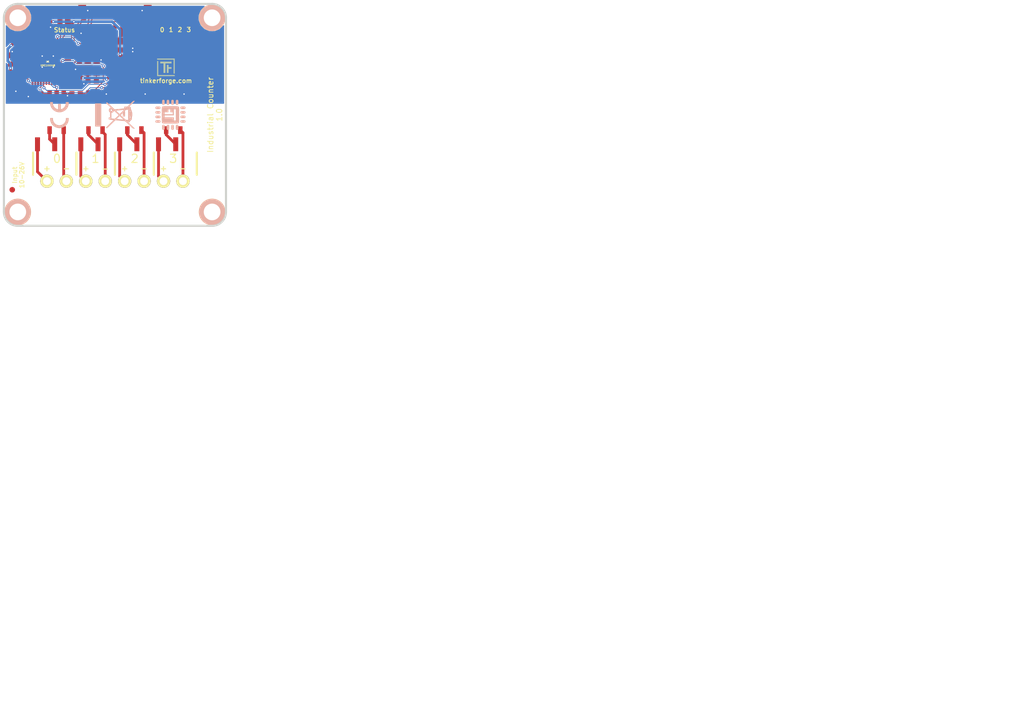
<source format=kicad_pcb>
(kicad_pcb (version 4) (host pcbnew 4.0.7-e2-6376~58~ubuntu17.04.1)
  (title_block (title "Industrial Counter Bricklet") (date 2017-09-18) (rev 1.0) (company "Tinkerforge GmbH") (comment 1 "Licensed under CERN OHL v.1.1") (comment 2 "Copyright (©) 2017, B.Nordmeyer <bastian@tinkerforge.com>"))
  (layers (0 Front signal) (31 Back signal hide) (34 B.Paste user) (35 F.Paste user) (36 B.SilkS user) (37 F.SilkS user) (38 B.Mask user) (39 F.Mask user) (44 Edge.Cuts user))
  (net 0 "")
  (net 1 GND)
  (net 2 "Net-(C1-Pad1)")
  (net 3 VCC)
  (net 4 "Net-(C4-Pad1)")
  (net 5 "Net-(C5-Pad1)")
  (net 6 "Net-(D1-Pad2)")
  (net 7 "Net-(D2-Pad2)")
  (net 8 "Net-(D3-Pad2)")
  (net 9 "Net-(D4-Pad2)")
  (net 10 "Net-(D5-Pad2)")
  (net 11 "Net-(P1-Pad4)")
  (net 12 "Net-(P1-Pad5)")
  (net 13 "Net-(P1-Pad6)")
  (net 14 "Net-(P2-Pad2)")
  (net 15 "Net-(P3-Pad2)")
  (net 16 "Net-(P3-Pad3)")
  (net 17 "Net-(P3-Pad4)")
  (net 18 "Net-(P3-Pad1)")
  (net 19 "Net-(P3-Pad5)")
  (net 20 "Net-(P3-Pad6)")
  (net 21 "Net-(P3-Pad7)")
  (net 22 "Net-(P3-Pad8)")
  (net 23 "Net-(R1-Pad1)")
  (net 24 "Net-(R2-Pad2)")
  (net 25 "Net-(R3-Pad2)")
  (net 26 "Net-(R4-Pad2)")
  (net 27 "Net-(R5-Pad2)")
  (net 28 S-CS)
  (net 29 S-CLK)
  (net 30 S-MOSI)
  (net 31 S-MISO)
  (net 32 STATUS4)
  (net 33 STATUS3)
  (net 34 STATUS2)
  (net 35 STATUS1)
  (net 36 IN1)
  (net 37 IN2)
  (net 38 IN3)
  (net 39 IN4)
  (net 40 "Net-(J1-Pad1)")
  (module C0603F (layer Front) (at 100.4 48.15 90)
    (fp_text reference C9)
    (fp_text value 220nF)
    (pad 1 smd rect (at -0.75 0 90) (size 0.9 0.9) (layers Front F.Paste F.Mask) (net 3 VCC))
    (pad 2 smd rect (at 0.75 0 90) (size 0.9 0.9) (layers Front F.Paste F.Mask) (net 1 GND))
  )
  (module CON-SENSOR2 (layer Front) (at 117.80012 38.0492 180)
    (fp_text reference P1)
    (fp_text value CON-SENSOR2)
    (pad 1 smd rect (at -3.75 -4.6 180) (size 0.6 1.8) (layers Front F.Paste F.Mask))
    (pad 2 smd rect (at -2.5 -4.6 180) (size 0.6 1.8) (layers Front F.Paste F.Mask) (net 1 GND))
    (pad EP smd rect (at -5.9 -1.2 180) (size 1.4 2.4) (layers Front F.Paste F.Mask) (net 1 GND))
    (pad EP smd rect (at 5.9 -1.2 180) (size 1.4 2.4) (layers Front F.Paste F.Mask) (net 1 GND))
    (pad 3 smd rect (at -1.25 -4.6 180) (size 0.6 1.8) (layers Front F.Paste F.Mask) (net 3 VCC))
    (pad 4 smd rect (at 0 -4.6 180) (size 0.6 1.8) (layers Front F.Paste F.Mask) (net 11 "Net-(P1-Pad4)"))
    (pad 5 smd rect (at 1.25 -4.6 180) (size 0.6 1.8) (layers Front F.Paste F.Mask) (net 12 "Net-(P1-Pad5)"))
    (pad 6 smd rect (at 2.5 -4.6 180) (size 0.6 1.8) (layers Front F.Paste F.Mask) (net 13 "Net-(P1-Pad6)"))
    (pad 7 smd rect (at 3.75 -4.6 180) (size 0.6 1.8) (layers Front F.Paste F.Mask) (net 2 "Net-(C1-Pad1)"))
  )
  (module kicad-libraries:CRYSTAL_3225 (layer Front) (at 113.7 49.25 270)
    (fp_text reference X1)
    (fp_text value 16MHz)
    (pad 3 smd rect (at -1.09982 -0.8001 270) (size 1.39954 1.15062) (layers Front F.Paste F.Mask) (net 1 GND))
    (pad 2 smd rect (at 1.09982 -0.8001 270) (size 1.39954 1.15062) (layers Front F.Paste F.Mask) (net 4 "Net-(C4-Pad1)"))
    (pad 1 smd rect (at -1.09982 0.8001 270) (size 1.39954 1.15062) (layers Front F.Paste F.Mask) (net 5 "Net-(C5-Pad1)"))
    (pad 3 smd rect (at 1.09982 0.8001 270) (size 1.39954 1.15062) (layers Front F.Paste F.Mask) (net 1 GND))
  )
  (module Fiducial_Mark (layer Front) (at 99.3013 71.54926)
    (fp_text reference Fiducial_Mark hide)
    (fp_text value VAL** hide)
    (pad 1 smd circle (at 0 0) (size 1.00076 1.00076) (layers Front F.Mask) (clearance 0.65024))
  )
  (module Fiducial_Mark (layer Front) (at 135.8011 44.54906)
    (fp_text reference Fiducial_Mark hide)
    (fp_text value VAL** hide)
    (pad 1 smd circle (at 0 0) (size 1.00076 1.00076) (layers Front F.Mask) (clearance 0.65024))
  )
  (module Logo_31x31 (layer Front) (at 125.4 47.9)
    (fp_text reference G*** hide)
    (fp_text value Logo_31x31 hide)
  )
  (module C0402E (layer Front) (at 112.1 44.05 180)
    (fp_text reference C1)
    (fp_text value 220pF)
    (pad 1 smd rect (at -0.65 0 180) (size 0.7 0.9) (layers Front F.Paste F.Mask) (net 2 "Net-(C1-Pad1)"))
    (pad 2 smd rect (at 0.65 0 180) (size 0.7 0.9) (layers Front F.Paste F.Mask) (net 1 GND))
  )
  (module C0603F (layer Front) (at 119.5 46.35 180)
    (fp_text reference C3)
    (fp_text value 1uF)
    (pad 1 smd rect (at -0.75 0 180) (size 0.9 0.9) (layers Front F.Paste F.Mask) (net 1 GND))
    (pad 2 smd rect (at 0.75 0 180) (size 0.9 0.9) (layers Front F.Paste F.Mask) (net 3 VCC))
  )
  (module C0603F (layer Front) (at 113.7 51.95 180)
    (fp_text reference C4)
    (fp_text value 10pF)
    (pad 1 smd rect (at -0.75 0 180) (size 0.9 0.9) (layers Front F.Paste F.Mask) (net 4 "Net-(C4-Pad1)"))
    (pad 2 smd rect (at 0.75 0 180) (size 0.9 0.9) (layers Front F.Paste F.Mask) (net 1 GND))
  )
  (module C0603F (layer Front) (at 111.4 49.15 270)
    (fp_text reference C5)
    (fp_text value 10pF)
    (pad 1 smd rect (at -0.75 0 270) (size 0.9 0.9) (layers Front F.Paste F.Mask) (net 5 "Net-(C5-Pad1)"))
    (pad 2 smd rect (at 0.75 0 270) (size 0.9 0.9) (layers Front F.Paste F.Mask) (net 1 GND))
  )
  (module C0603F (layer Front) (at 111.4 52.05 270)
    (fp_text reference C6)
    (fp_text value 100nF)
    (pad 1 smd rect (at -0.75 0 270) (size 0.9 0.9) (layers Front F.Paste F.Mask) (net 3 VCC))
    (pad 2 smd rect (at 0.75 0 270) (size 0.9 0.9) (layers Front F.Paste F.Mask) (net 1 GND))
  )
  (module C0603F (layer Front) (at 99 48.15 90)
    (fp_text reference C7)
    (fp_text value 100nF)
    (pad 1 smd rect (at -0.75 0 90) (size 0.9 0.9) (layers Front F.Paste F.Mask) (net 3 VCC))
    (pad 2 smd rect (at 0.75 0 90) (size 0.9 0.9) (layers Front F.Paste F.Mask) (net 1 GND))
  )
  (module C0603F (layer Front) (at 100.7 53.05 180)
    (fp_text reference C8)
    (fp_text value 100nF)
    (pad 1 smd rect (at -0.75 0 180) (size 0.9 0.9) (layers Front F.Paste F.Mask) (net 3 VCC))
    (pad 2 smd rect (at 0.75 0 180) (size 0.9 0.9) (layers Front F.Paste F.Mask) (net 1 GND))
  )
  (module C0603F (layer Front) (at 103.7 54.25 180)
    (fp_text reference C10)
    (fp_text value 100nF)
    (pad 1 smd rect (at -0.75 0 180) (size 0.9 0.9) (layers Front F.Paste F.Mask) (net 3 VCC))
    (pad 2 smd rect (at 0.75 0 180) (size 0.9 0.9) (layers Front F.Paste F.Mask) (net 1 GND))
  )
  (module C0603F (layer Front) (at 110.8 54.25 180)
    (fp_text reference C11)
    (fp_text value 100nF)
    (pad 1 smd rect (at -0.75 0 180) (size 0.9 0.9) (layers Front F.Paste F.Mask) (net 3 VCC))
    (pad 2 smd rect (at 0.75 0 180) (size 0.9 0.9) (layers Front F.Paste F.Mask) (net 1 GND))
  )
  (module C0603F (layer Front) (at 117.8 54.25 180)
    (fp_text reference C12)
    (fp_text value 100nF)
    (pad 1 smd rect (at -0.75 0 180) (size 0.9 0.9) (layers Front F.Paste F.Mask) (net 3 VCC))
    (pad 2 smd rect (at 0.75 0 180) (size 0.9 0.9) (layers Front F.Paste F.Mask) (net 1 GND))
  )
  (module C0603F (layer Front) (at 124.9 54.25 180)
    (fp_text reference C13)
    (fp_text value 100nF)
    (pad 1 smd rect (at -0.75 0 180) (size 0.9 0.9) (layers Front F.Paste F.Mask) (net 3 VCC))
    (pad 2 smd rect (at 0.75 0 180) (size 0.9 0.9) (layers Front F.Paste F.Mask) (net 1 GND))
  )
  (module D0603E (layer Front) (at 109.3 40.55 90)
    (fp_text reference D1)
    (fp_text value blue)
    (pad 1 smd rect (at -0.8501 0 90) (size 1.1 1) (layers Front F.Paste F.Mask) (net 3 VCC))
    (pad 2 smd rect (at 0.8501 0 90) (size 1.1 1) (layers Front F.Paste F.Mask) (net 6 "Net-(D1-Pad2)"))
  )
  (module D0603E (layer Front) (at 126.3 40.5 270)
    (fp_text reference D2)
    (fp_text value blue)
    (pad 1 smd rect (at -0.8501 0 270) (size 1.1 1) (layers Front F.Paste F.Mask) (net 3 VCC))
    (pad 2 smd rect (at 0.8501 0 270) (size 1.1 1) (layers Front F.Paste F.Mask) (net 7 "Net-(D2-Pad2)"))
  )
  (module D0603E (layer Front) (at 127.9 40.5 270)
    (fp_text reference D3)
    (fp_text value blue)
    (pad 1 smd rect (at -0.8501 0 270) (size 1.1 1) (layers Front F.Paste F.Mask) (net 3 VCC))
    (pad 2 smd rect (at 0.8501 0 270) (size 1.1 1) (layers Front F.Paste F.Mask) (net 8 "Net-(D3-Pad2)"))
  )
  (module D0603E (layer Front) (at 129.5 40.5 270)
    (fp_text reference D4)
    (fp_text value blue)
    (pad 1 smd rect (at -0.8501 0 270) (size 1.1 1) (layers Front F.Paste F.Mask) (net 3 VCC))
    (pad 2 smd rect (at 0.8501 0 270) (size 1.1 1) (layers Front F.Paste F.Mask) (net 9 "Net-(D4-Pad2)"))
  )
  (module D0603E (layer Front) (at 131.1 40.5 270)
    (fp_text reference D5)
    (fp_text value blue)
    (pad 1 smd rect (at -0.8501 0 270) (size 1.1 1) (layers Front F.Paste F.Mask) (net 3 VCC))
    (pad 2 smd rect (at 0.8501 0 270) (size 1.1 1) (layers Front F.Paste F.Mask) (net 10 "Net-(D5-Pad2)"))
  )
  (module kicad-libraries:SolderJumper (layer Front) (at 105.2 42.85 270)
    (fp_text reference P2)
    (fp_text value BOOT)
    (pad 2 smd rect (at 0.55 0 270) (size 0.3 1.4) (layers Front F.Mask) (net 14 "Net-(P2-Pad2)"))
    (pad 2 smd rect (at 0.15 0 270) (size 0.6 0.5) (layers Front F.Mask) (net 14 "Net-(P2-Pad2)"))
    (pad 1 smd rect (at -0.5 0 270) (size 0.4 1.4) (layers Front F.Mask) (net 1 GND))
    (pad 1 smd rect (at -0.225 0.55 270) (size 0.95 0.3) (layers Front F.Mask) (net 1 GND))
    (pad 1 smd rect (at -0.225 -0.55 270) (size 0.95 0.3) (layers Front F.Mask) (net 1 GND))
  )
  (module OQ_8P (layer Front) (at 117.8 70)
    (fp_text reference P3)
    (fp_text value CONN_8)
    (pad 2 thru_hole circle (at -8.7503 0) (size 2.4003 2.4003) (drill 1.39954) (layers *.Cu *.Mask F.SilkS) (net 15 "Net-(P3-Pad2)"))
    (pad 3 thru_hole circle (at -5.25018 0) (size 2.4003 2.4003) (drill 1.39954) (layers *.Cu *.Mask F.SilkS) (net 16 "Net-(P3-Pad3)"))
    (pad 4 thru_hole circle (at -1.75006 0) (size 2.4003 2.4003) (drill 1.39954) (layers *.Cu *.Mask F.SilkS) (net 17 "Net-(P3-Pad4)"))
    (pad 1 thru_hole circle (at -12.25042 0) (size 2.4003 2.4003) (drill 1.39954) (layers *.Cu *.Mask F.SilkS) (net 18 "Net-(P3-Pad1)"))
    (pad 5 thru_hole circle (at 1.75006 0) (size 2.4003 2.4003) (drill 1.39954) (layers *.Cu *.Mask F.SilkS) (net 19 "Net-(P3-Pad5)"))
    (pad 6 thru_hole circle (at 5.25018 0) (size 2.4003 2.4003) (drill 1.39954) (layers *.Cu *.Mask F.SilkS) (net 20 "Net-(P3-Pad6)"))
    (pad 7 thru_hole circle (at 8.7503 0) (size 2.4003 2.4003) (drill 1.39954) (layers *.Cu *.Mask F.SilkS) (net 21 "Net-(P3-Pad7)"))
    (pad 8 thru_hole circle (at 12.25042 0) (size 2.4003 2.4003) (drill 1.39954) (layers *.Cu *.Mask F.SilkS) (net 22 "Net-(P3-Pad8)"))
  )
  (module R1210 (layer Front) (at 105.4 63.35)
    (fp_text reference R2)
    (fp_text value "2.7k 0.5W")
    (pad 1 smd rect (at -1.5494 0) (size 0.89916 2.49936) (layers Front F.Paste F.Mask) (net 18 "Net-(P3-Pad1)") (clearance 0.14986))
    (pad 2 smd rect (at 1.5494 0) (size 0.89916 2.49936) (layers Front F.Paste F.Mask) (net 24 "Net-(R2-Pad2)") (clearance 0.14986))
  )
  (module R1210 (layer Front) (at 113.2 63.35)
    (fp_text reference R3)
    (fp_text value "2.7k 0.5W")
    (pad 1 smd rect (at -1.5494 0) (size 0.89916 2.49936) (layers Front F.Paste F.Mask) (net 16 "Net-(P3-Pad3)") (clearance 0.14986))
    (pad 2 smd rect (at 1.5494 0) (size 0.89916 2.49936) (layers Front F.Paste F.Mask) (net 25 "Net-(R3-Pad2)") (clearance 0.14986))
  )
  (module R1210 (layer Front) (at 120.2 63.35)
    (fp_text reference R4)
    (fp_text value "2.7k 0.5W")
    (pad 1 smd rect (at -1.5494 0) (size 0.89916 2.49936) (layers Front F.Paste F.Mask) (net 19 "Net-(P3-Pad5)") (clearance 0.14986))
    (pad 2 smd rect (at 1.5494 0) (size 0.89916 2.49936) (layers Front F.Paste F.Mask) (net 26 "Net-(R4-Pad2)") (clearance 0.14986))
  )
  (module R1210 (layer Front) (at 127.2 63.35)
    (fp_text reference R5)
    (fp_text value "2.7k 0.5W")
    (pad 1 smd rect (at -1.5494 0) (size 0.89916 2.49936) (layers Front F.Paste F.Mask) (net 21 "Net-(P3-Pad7)") (clearance 0.14986))
    (pad 2 smd rect (at 1.5494 0) (size 0.89916 2.49936) (layers Front F.Paste F.Mask) (net 27 "Net-(R5-Pad2)") (clearance 0.14986))
  )
  (module kicad-libraries:0603X4 (layer Front) (at 124.95 44.9 90)
    (fp_text reference RP2)
    (fp_text value 1k)
    (pad 1 smd rect (at 1.19888 -0.8509 90) (size 0.44958 0.89916) (layers Front F.Paste F.Mask) (net 35 STATUS1))
    (pad 2 smd rect (at 0.39878 -0.8509 90) (size 0.44958 0.89916) (layers Front F.Paste F.Mask) (net 34 STATUS2))
    (pad 3 smd rect (at -0.39878 -0.8509 90) (size 0.44958 0.89916) (layers Front F.Paste F.Mask) (net 33 STATUS3))
    (pad 4 smd rect (at -1.19888 -0.8509 90) (size 0.44958 0.89916) (layers Front F.Paste F.Mask) (net 32 STATUS4))
    (pad 5 smd rect (at -1.19888 0.8509 90) (size 0.44958 0.89916) (layers Front F.Paste F.Mask) (net 10 "Net-(D5-Pad2)"))
    (pad 6 smd rect (at -0.39878 0.8509 90) (size 0.44958 0.89916) (layers Front F.Paste F.Mask) (net 9 "Net-(D4-Pad2)"))
    (pad 7 smd rect (at 0.39878 0.8509 90) (size 0.44958 0.89916) (layers Front F.Paste F.Mask) (net 8 "Net-(D3-Pad2)"))
    (pad 8 smd rect (at 1.19888 0.8509 90) (size 0.44958 0.89916) (layers Front F.Paste F.Mask) (net 7 "Net-(D2-Pad2)"))
  )
  (module kicad-libraries:QFN48-EP2 (layer Front) (at 105.7 48.45 180)
    (fp_text reference U1 (at 0 0 180) (layer F.SilkS) (effects (font (size 0.29972 0.29972) (thickness 0.0762))))
    (fp_text value XMC1XXX48 (at 0 -0.7 180) (layer F.SilkS) (effects (font (size 0.29972 0.29972) (thickness 0.0762))))
    (pad 1 smd rect (at -2.74828 3.61188) (size 0.29972 1.14808) (layers Front F.Paste F.Mask) (net 34 STATUS2))
    (pad 2 smd rect (at -2.2479 3.61188) (size 0.29972 1.14808) (layers Front F.Paste F.Mask) (net 35 STATUS1))
    (pad 3 smd rect (at -1.74752 3.61188) (size 0.29972 1.14808) (layers Front F.Paste F.Mask) (net 31 S-MISO))
    (pad 4 smd rect (at -1.24968 3.61188) (size 0.29972 1.14808) (layers Front F.Paste F.Mask) (net 23 "Net-(R1-Pad1)"))
    (pad 5 smd rect (at -0.7493 3.61188) (size 0.29972 1.14808) (layers Front F.Paste F.Mask))
    (pad 6 smd rect (at -0.24892 3.61188) (size 0.29972 1.14808) (layers Front F.Paste F.Mask))
    (pad 7 smd rect (at 0.24892 3.61188) (size 0.29972 1.14808) (layers Front F.Paste F.Mask) (net 14 "Net-(P2-Pad2)"))
    (pad 8 smd rect (at 0.7493 3.61188) (size 0.29972 1.14808) (layers Front F.Paste F.Mask))
    (pad 9 smd rect (at 1.24968 3.61188) (size 0.29972 1.14808) (layers Front F.Paste F.Mask))
    (pad 10 smd rect (at 1.74752 3.61188) (size 0.29972 1.14808) (layers Front F.Paste F.Mask))
    (pad 11 smd rect (at 2.2479 3.61188) (size 0.29972 1.14808) (layers Front F.Paste F.Mask))
    (pad 12 smd rect (at 2.74828 3.61188) (size 0.29972 1.14808) (layers Front F.Paste F.Mask))
    (pad 13 smd rect (at 3.61188 2.74828 90) (size 0.29972 1.14808) (layers Front F.Paste F.Mask))
    (pad 14 smd rect (at 3.61188 2.2479 90) (size 0.29972 1.14808) (layers Front F.Paste F.Mask))
    (pad 15 smd rect (at 3.61188 1.74752 90) (size 0.29972 1.14808) (layers Front F.Paste F.Mask))
    (pad 16 smd rect (at 3.61188 1.24968 90) (size 0.29972 1.14808) (layers Front F.Paste F.Mask))
    (pad 17 smd rect (at 3.61188 0.7493 90) (size 0.29972 1.14808) (layers Front F.Paste F.Mask) (net 1 GND))
    (pad 18 smd rect (at 3.61188 0.24892 90) (size 0.29972 1.14808) (layers Front F.Paste F.Mask) (net 3 VCC))
    (pad 19 smd rect (at 3.61188 -0.24892 90) (size 0.29972 1.14808) (layers Front F.Paste F.Mask) (net 3 VCC))
    (pad 20 smd rect (at 3.61188 -0.7493 90) (size 0.29972 1.14808) (layers Front F.Paste F.Mask))
    (pad 21 smd rect (at 3.61188 -1.24968 90) (size 0.29972 1.14808) (layers Front F.Paste F.Mask) (net 40 "Net-(J1-Pad1)"))
    (pad 22 smd rect (at 3.61188 -1.74752 90) (size 0.29972 1.14808) (layers Front F.Paste F.Mask))
    (pad 23 smd rect (at 3.61188 -2.2479 90) (size 0.29972 1.14808) (layers Front F.Paste F.Mask))
    (pad 24 smd rect (at 3.61188 -2.74828 90) (size 0.29972 1.14808) (layers Front F.Paste F.Mask) (net 36 IN1))
    (pad 25 smd rect (at 2.74828 -3.61188 180) (size 0.29972 1.14808) (layers Front F.Paste F.Mask) (net 37 IN2))
    (pad 26 smd rect (at 2.2479 -3.61188 180) (size 0.29972 1.14808) (layers Front F.Paste F.Mask) (net 38 IN3))
    (pad 27 smd rect (at 1.74752 -3.61188 180) (size 0.29972 1.14808) (layers Front F.Paste F.Mask) (net 3 VCC))
    (pad 28 smd rect (at 1.24968 -3.61188 180) (size 0.29972 1.14808) (layers Front F.Paste F.Mask) (net 38 IN3))
    (pad 29 smd rect (at 0.7493 -3.61188 180) (size 0.29972 1.14808) (layers Front F.Paste F.Mask) (net 39 IN4))
    (pad 30 smd rect (at 0.24892 -3.61188 180) (size 0.29972 1.14808) (layers Front F.Paste F.Mask))
    (pad 31 smd rect (at -0.24892 -3.61188 180) (size 0.29972 1.14808) (layers Front F.Paste F.Mask))
    (pad 32 smd rect (at -0.7493 -3.61188 180) (size 0.29972 1.14808) (layers Front F.Paste F.Mask))
    (pad 33 smd rect (at -1.24968 -3.61188 180) (size 0.29972 1.14808) (layers Front F.Paste F.Mask) (net 36 IN1))
    (pad 34 smd rect (at -1.74752 -3.61188 180) (size 0.29972 1.14808) (layers Front F.Paste F.Mask))
    (pad 35 smd rect (at -2.2479 -3.61188 180) (size 0.29972 1.14808) (layers Front F.Paste F.Mask))
    (pad 36 smd rect (at -2.74828 -3.61188 180) (size 0.29972 1.14808) (layers Front F.Paste F.Mask))
    (pad 37 smd rect (at -3.60934 -2.74828 270) (size 0.29972 1.15062) (layers Front F.Paste F.Mask) (net 1 GND))
    (pad 38 smd rect (at -3.61188 -2.2479 270) (size 0.29972 1.14808) (layers Front F.Paste F.Mask) (net 3 VCC))
    (pad 39 smd rect (at -3.61188 -1.74752 270) (size 0.29972 1.14808) (layers Front F.Paste F.Mask))
    (pad 40 smd rect (at -3.61188 -1.24968 270) (size 0.29972 1.14808) (layers Front F.Paste F.Mask))
    (pad 41 smd rect (at -3.61188 -0.7493 270) (size 0.29972 1.14808) (layers Front F.Paste F.Mask) (net 4 "Net-(C4-Pad1)"))
    (pad 42 smd rect (at -3.61188 -0.24892 270) (size 0.29972 1.14808) (layers Front F.Paste F.Mask) (net 5 "Net-(C5-Pad1)"))
    (pad 43 smd rect (at -3.61188 0.24892 270) (size 0.29972 1.14808) (layers Front F.Paste F.Mask) (net 37 IN2))
    (pad 44 smd rect (at -3.61188 0.7493 270) (size 0.29972 1.14808) (layers Front F.Paste F.Mask) (net 28 S-CS))
    (pad 45 smd rect (at -3.61188 1.24968 270) (size 0.29972 1.14808) (layers Front F.Paste F.Mask) (net 29 S-CLK))
    (pad 46 smd rect (at -3.61188 1.74752 270) (size 0.29972 1.14808) (layers Front F.Paste F.Mask) (net 30 S-MOSI))
    (pad 47 smd rect (at -3.61188 2.2479 270) (size 0.29972 1.14808) (layers Front F.Paste F.Mask) (net 32 STATUS4))
    (pad 48 smd rect (at -3.61188 2.74828 270) (size 0.29972 1.14808) (layers Front F.Paste F.Mask) (net 33 STATUS3))
    (pad EP smd rect (at 0 0 180) (size 3.5 3.5) (layers Front F.Paste F.Mask) (net 1 GND))
  )
  (module kicad-libraries:CE_5mm (layer Back) (at 107.8 58.05 90)
    (fp_text reference VAL hide)
    (fp_text value CE_5mm hide)
  )
  (module kicad-libraries:WEEE_7mm (layer Back) (at 117.8 58.05 90)
    (fp_text reference VAL hide)
    (fp_text value WEEE_7mm hide)
  )
  (module R0603F (layer Front) (at 107.9 40.55 90)
    (fp_text reference R1)
    (fp_text value 1k)
    (pad 1 smd rect (at -0.75 0 90) (size 0.9 0.9) (layers Front F.Paste F.Mask) (net 23 "Net-(R1-Pad1)"))
    (pad 2 smd rect (at 0.75 0 90) (size 0.9 0.9) (layers Front F.Paste F.Mask) (net 6 "Net-(D1-Pad2)"))
  )
  (module 4X0402 (layer Front) (at 112.7 45.95 90)
    (fp_text reference RP1)
    (fp_text value 82)
    (pad 1 smd rect (at -0.7493 0.575 270) (size 0.29972 0.65) (layers Front F.Paste F.Mask) (net 11 "Net-(P1-Pad4)"))
    (pad 2 smd rect (at -0.24892 0.575 270) (size 0.29972 0.65) (layers Front F.Paste F.Mask) (net 12 "Net-(P1-Pad5)"))
    (pad 3 smd rect (at 0.24892 0.575 270) (size 0.29972 0.65) (layers Front F.Paste F.Mask) (net 13 "Net-(P1-Pad6)"))
    (pad 4 smd rect (at 0.7493 0.575 270) (size 0.29972 0.65) (layers Front F.Paste F.Mask) (net 2 "Net-(C1-Pad1)"))
    (pad 5 smd rect (at 0.7493 -0.575 90) (size 0.29972 0.65) (layers Front F.Paste F.Mask) (net 31 S-MISO))
    (pad 6 smd rect (at 0.24892 -0.575 90) (size 0.29972 0.65) (layers Front F.Paste F.Mask) (net 30 S-MOSI))
    (pad 7 smd rect (at -0.24892 -0.575 90) (size 0.29972 0.65) (layers Front F.Paste F.Mask) (net 29 S-CLK))
    (pad 8 smd rect (at -0.7493 -0.575 90) (size 0.29972 0.65) (layers Front F.Paste F.Mask) (net 28 S-CS))
  )
  (module C0805 (layer Front) (at 119.7 44.75 180)
    (fp_text reference C2)
    (fp_text value 10uF)
    (pad 1 smd rect (at -1.00076 0 180) (size 1.00076 1.24968) (layers Front F.Paste F.Mask) (net 1 GND) (clearance 0.14986))
    (pad 2 smd rect (at 1.00076 0 180) (size 1.00076 1.24968) (layers Front F.Paste F.Mask) (net 3 VCC) (clearance 0.14986))
  )
  (module kicad-libraries:DEBUG_PAD (layer Front) (at 100.2 51.15)
    (fp_text reference J1)
    (fp_text value DEBUG)
    (pad 1 smd circle (at 0 0) (size 0.7 0.7) (layers Front F.Paste F.Mask) (net 40 "Net-(J1-Pad1)"))
  )
  (module SO-5 (layer Front) (at 107.3 57.55)
    (fp_text reference U2)
    (fp_text value TLP2367)
    (pad 3 smd rect (at 1.27 3.25) (size 0.8 1.4) (layers Front F.Paste F.Mask) (net 15 "Net-(P3-Pad2)"))
    (pad 1 smd rect (at -1.27 3.25) (size 0.8 1.4) (layers Front F.Paste F.Mask) (net 24 "Net-(R2-Pad2)"))
    (pad 4 smd rect (at 1.27 -3.25) (size 0.8 1.4) (layers Front F.Paste F.Mask) (net 1 GND))
    (pad 5 smd rect (at 0 -3.25) (size 0.8 1.4) (layers Front F.Paste F.Mask) (net 36 IN1))
    (pad 6 smd rect (at -1.27 -3.25) (size 0.8 1.4) (layers Front F.Paste F.Mask) (net 3 VCC))
  )
  (module SO-5 (layer Front) (at 114.3 57.55)
    (fp_text reference U3)
    (fp_text value TLP2367)
    (pad 3 smd rect (at 1.27 3.25) (size 0.8 1.4) (layers Front F.Paste F.Mask) (net 17 "Net-(P3-Pad4)"))
    (pad 1 smd rect (at -1.27 3.25) (size 0.8 1.4) (layers Front F.Paste F.Mask) (net 25 "Net-(R3-Pad2)"))
    (pad 4 smd rect (at 1.27 -3.25) (size 0.8 1.4) (layers Front F.Paste F.Mask) (net 1 GND))
    (pad 5 smd rect (at 0 -3.25) (size 0.8 1.4) (layers Front F.Paste F.Mask) (net 37 IN2))
    (pad 6 smd rect (at -1.27 -3.25) (size 0.8 1.4) (layers Front F.Paste F.Mask) (net 3 VCC))
  )
  (module SO-5 (layer Front) (at 121.3 57.55)
    (fp_text reference U4)
    (fp_text value TLP2367)
    (pad 3 smd rect (at 1.27 3.25) (size 0.8 1.4) (layers Front F.Paste F.Mask) (net 20 "Net-(P3-Pad6)"))
    (pad 1 smd rect (at -1.27 3.25) (size 0.8 1.4) (layers Front F.Paste F.Mask) (net 26 "Net-(R4-Pad2)"))
    (pad 4 smd rect (at 1.27 -3.25) (size 0.8 1.4) (layers Front F.Paste F.Mask) (net 1 GND))
    (pad 5 smd rect (at 0 -3.25) (size 0.8 1.4) (layers Front F.Paste F.Mask) (net 38 IN3))
    (pad 6 smd rect (at -1.27 -3.25) (size 0.8 1.4) (layers Front F.Paste F.Mask) (net 3 VCC))
  )
  (module SO-5 (layer Front) (at 128.3 57.55)
    (fp_text reference U5)
    (fp_text value TLP2367)
    (pad 3 smd rect (at 1.27 3.25) (size 0.8 1.4) (layers Front F.Paste F.Mask) (net 22 "Net-(P3-Pad8)"))
    (pad 1 smd rect (at -1.27 3.25) (size 0.8 1.4) (layers Front F.Paste F.Mask) (net 27 "Net-(R5-Pad2)"))
    (pad 4 smd rect (at 1.27 -3.25) (size 0.8 1.4) (layers Front F.Paste F.Mask) (net 1 GND))
    (pad 5 smd rect (at 0 -3.25) (size 0.8 1.4) (layers Front F.Paste F.Mask) (net 39 IN4))
    (pad 6 smd rect (at -1.27 -3.25) (size 0.8 1.4) (layers Front F.Paste F.Mask) (net 3 VCC))
  )
  (module kicad-libraries:Logo_CoMCU (layer Back) (at 127.8 58.05 90)
    (fp_text reference G*** hide)
    (fp_text value LOGO hide)
  )
  (module kicad-libraries:DRILL_NP (layer Front) (at 135.3 40.55)
    (fp_text reference U9 hide)
    (fp_text value DRILL hide)
    (pad "" np_thru_hole circle (at 0 0) (size 2.99974 2.99974) (drill 2.99974) (layers *.Cu *.Mask F.SilkS) (clearance 0.89916))
  )
  (module kicad-libraries:DRILL_NP (layer Front) (at 135.3 75.55)
    (fp_text reference U8 hide)
    (fp_text value DRILL hide)
    (pad "" np_thru_hole circle (at 0 0) (size 2.99974 2.99974) (drill 2.99974) (layers *.Cu *.Mask F.SilkS) (clearance 0.89916))
  )
  (module kicad-libraries:DRILL_NP (layer Front) (at 100.3 40.55)
    (fp_text reference U7 hide)
    (fp_text value DRILL hide)
    (pad "" np_thru_hole circle (at 0 0) (size 2.99974 2.99974) (drill 2.99974) (layers *.Cu *.Mask F.SilkS) (clearance 0.89916))
  )
  (module kicad-libraries:DRILL_NP (layer Front) (at 100.29952 75.54976)
    (fp_text reference U6 hide)
    (fp_text value DRILL hide)
    (pad "" np_thru_hole circle (at 0 0) (size 2.99974 2.99974) (drill 2.99974) (layers *.Cu *.Mask F.SilkS) (clearance 0.89916))
  )
  (gr_text 3 (at 131.1 42.7) (layer F.SilkS) (effects (font (size 0.8001 0.8001) (thickness 0.14986))))
  (gr_text 2 (at 129.5 42.7) (layer F.SilkS) (effects (font (size 0.8001 0.8001) (thickness 0.14986))))
  (gr_text 1 (at 127.9 42.7) (layer F.SilkS) (effects (font (size 0.8001 0.8001) (thickness 0.14986))))
  (gr_text 0 (at 126.3 42.65 180) (layer F.SilkS) (effects (font (size 0.8001 0.8001) (thickness 0.14986))))
  (gr_text Status (at 108.7 42.75) (layer F.SilkS) (effects (font (size 0.8001 0.8001) (thickness 0.14986))))
  (gr_text "Input\n10-26V" (at 100.4 68.9 90) (layer F.SilkS) (effects (font (size 0.8001 0.8001) (thickness 0.14986))))
  (gr_line (start 132.5499 68.84924) (end 132.5499 64.84874) (angle 90) (layer F.SilkS) (width 0.381))
  (gr_line (start 103.05034 68.84924) (end 103.05034 64.84874) (angle 90) (layer F.SilkS) (width 0.381))
  (gr_line (start 124.80036 68.84924) (end 124.80036 64.84874) (angle 90) (layer F.SilkS) (width 0.381))
  (gr_line (start 117.80012 68.84924) (end 117.80012 64.84874) (angle 90) (layer F.SilkS) (width 0.381))
  (gr_line (start 110.85068 68.84924) (end 110.85068 64.84874) (angle 90) (layer F.SilkS) (width 0.381))
  (gr_text 3 (at 128.30048 65.94856) (layer F.SilkS) (effects (font (size 1.50114 1.50114) (thickness 0.20066))))
  (gr_text 2 (at 121.35104 65.94856) (layer F.SilkS) (effects (font (size 1.50114 1.50114) (thickness 0.20066))))
  (gr_text 1 (at 114.3 65.94856) (layer F.SilkS) (effects (font (size 1.50114 1.50114) (thickness 0.20066))))
  (gr_text - (at 130.05054 67.69862) (layer F.SilkS) (effects (font (size 1.00076 1.00076) (thickness 0.20066))))
  (gr_text + (at 126.55042 67.69862) (layer F.SilkS) (effects (font (size 1.00076 1.00076) (thickness 0.20066))))
  (gr_text - (at 123.0503 67.69862) (layer F.SilkS) (effects (font (size 1.00076 1.00076) (thickness 0.20066))))
  (gr_text + (at 119.55018 67.69862) (layer F.SilkS) (effects (font (size 1.00076 1.00076) (thickness 0.20066))))
  (gr_text - (at 116.05006 67.74942) (layer F.SilkS) (effects (font (size 1.00076 1.00076) (thickness 0.20066))))
  (gr_text + (at 112.54994 67.69862) (layer F.SilkS) (effects (font (size 1.00076 1.00076) (thickness 0.20066))))
  (gr_text - (at 109.04982 67.69862) (layer F.SilkS) (effects (font (size 1.00076 1.00076) (thickness 0.20066))))
  (gr_text + (at 105.5497 67.69862) (layer F.SilkS) (effects (font (size 1.00076 1.00076) (thickness 0.20066))))
  (gr_text 0 (at 107.35056 65.94856) (layer F.SilkS) (effects (font (size 1.50114 1.50114) (thickness 0.20066))))
  (gr_text tinkerforge.com (at 127 51.9) (layer F.SilkS) (effects (font (size 0.8001 0.8001) (thickness 0.14986))))
  (gr_text "Industrial Counter\n1.0" (at 135.8 58.05 90) (layer F.SilkS) (effects (font (size 1 1))))
  (gr_arc (start 100.29952 40.5511) (end 97.80016 40.5511) (angle 90) (layer Edge.Cuts) (width 0.381))
  (gr_arc (start 100.29952 75.54976) (end 100.29952 78.04912) (angle 90) (layer Edge.Cuts) (width 0.381))
  (gr_arc (start 135.29818 75.54976) (end 137.80008 75.54976) (angle 90) (layer Edge.Cuts) (width 0.381))
  (gr_arc (start 135.29818 40.5511) (end 135.29818 38.0492) (angle 90) (layer Edge.Cuts) (width 0.381))
  (gr_line (start 97.80016 40.5511) (end 97.80016 75.54976) (angle 90) (layer Edge.Cuts) (width 0.381))
  (gr_line (start 135.30072 38.0492) (end 100.29952 38.0492) (angle 90) (layer Edge.Cuts) (width 0.381))
  (gr_line (start 137.80262 75.54976) (end 137.80262 40.5511) (angle 90) (layer Edge.Cuts) (width 0.381))
  (gr_line (start 100.29952 78.04912) (end 135.30072 78.04912) (angle 90) (layer Edge.Cuts) (width 0.381))
  (segment (start 105.7 48.45) (end 104.7 49.45) (width 0.50038) (layer Front) (net 1))
  (via (at 104.7 49.45) (size 0.55) (drill 0.25) (layers Front Back) (net 1))
  (segment (start 105.7 48.45) (end 106.7 49.45) (width 0.50038) (layer Front) (net 1))
  (via (at 106.7 49.45) (size 0.55) (drill 0.25) (layers Front Back) (net 1))
  (segment (start 105.7 48.45) (end 106.7 47.45) (width 0.50038) (layer Front) (net 1))
  (via (at 106.7 47.45) (size 0.55) (drill 0.25) (layers Front Back) (net 1))
  (segment (start 105.7 48.45) (end 104.7 47.45) (width 0.50038) (layer Front) (net 1))
  (via (at 104.7 47.45) (size 0.55) (drill 0.25) (layers Front Back) (net 1))
  (segment (start 105.2 42.35) (end 106.1 42.35) (width 0.29972) (layer Front) (net 1))
  (via (at 106.2 42.25) (size 0.55) (drill 0.25) (layers Front Back) (net 1))
  (segment (start 106.1 42.35) (end 106.2 42.25) (width 0.29972) (layer Front) (net 1))
  (segment (start 111.45 44.05) (end 111.45 43.6) (width 0.50038) (layer Front) (net 1))
  (segment (start 111.45 43.6) (end 111.7 43.35) (width 0.50038) (layer Front) (net 1))
  (via (at 111.7 43.35) (size 0.55) (drill 0.25) (layers Front Back) (net 1))
  (segment (start 105.2 42.35) (end 104.6 42.35) (width 0.14986) (layer Front) (net 1))
  (segment (start 104.6 42.35) (end 104.6 42.75) (width 0.14986) (layer Front) (net 1))
  (segment (start 104.6 42.75) (end 104.65 42.625) (width 0.14986) (layer Front) (net 1))
  (segment (start 105.75 42.625) (end 105.75 42.5) (width 0.14986) (layer Front) (net 1))
  (segment (start 105.75 42.5) (end 105.6 42.35) (width 0.14986) (layer Front) (net 1))
  (segment (start 105.6 42.35) (end 105.2 42.35) (width 0.14986) (layer Front) (net 1))
  (segment (start 120.25 46.35) (end 120.7 46.35) (width 0.50038) (layer Front) (net 1))
  (segment (start 120.7 46.35) (end 121 46.65) (width 0.50038) (layer Front) (net 1))
  (via (at 121 46.65) (size 0.55) (drill 0.25) (layers Front Back) (net 1))
  (segment (start 120.7 46.35) (end 121 46.05) (width 0.50038) (layer Front) (net 1))
  (via (at 121 46.05) (size 0.55) (drill 0.25) (layers Front Back) (net 1))
  (segment (start 120.70076 44.75) (end 120.70076 45.34924) (width 0.50038) (layer Front) (net 1))
  (segment (start 120.70076 45.34924) (end 120.25 45.8) (width 0.50038) (layer Front) (net 1))
  (segment (start 120.25 45.8) (end 120.25 46.35) (width 0.50038) (layer Front) (net 1))
  (segment (start 120.30012 42.6492) (end 120.30012 43.45012) (width 0.50038) (layer Front) (net 1))
  (segment (start 120.30012 43.45012) (end 120.70076 43.85076) (width 0.50038) (layer Front) (net 1))
  (segment (start 120.70076 43.85076) (end 120.70076 44.75) (width 0.50038) (layer Front) (net 1))
  (segment (start 123.70012 39.2492) (end 122.7008 39.2492) (width 0.50038) (layer Front) (net 1))
  (via (at 122.7 39.25) (size 0.55) (drill 0.25) (layers Front Back) (net 1))
  (segment (start 122.7008 39.2492) (end 122.7 39.25) (width 0.50038) (layer Front) (net 1))
  (segment (start 111.90012 39.2492) (end 112.8992 39.2492) (width 0.50038) (layer Front) (net 1))
  (via (at 112.9 39.25) (size 0.55) (drill 0.25) (layers Front Back) (net 1))
  (segment (start 112.8992 39.2492) (end 112.9 39.25) (width 0.50038) (layer Front) (net 1))
  (via (at 105.7 48.45) (size 0.55) (drill 0.25) (layers Front Back) (net 1))
  (segment (start 129.57 54.3) (end 130.25 54.3) (width 0.50038) (layer Front) (net 1))
  (via (at 130.25 54.3) (size 0.55) (drill 0.25) (layers Front Back) (net 1))
  (segment (start 124.15 54.25) (end 123.3 54.25) (width 0.50038) (layer Front) (net 1))
  (via (at 123.25 54.3) (size 0.55) (drill 0.25) (layers Front Back) (net 1))
  (segment (start 123.25 54.3) (end 122.57 54.3) (width 0.50038) (layer Front) (net 1))
  (segment (start 123.3 54.25) (end 123.25 54.3) (width 0.50038) (layer Front) (net 1))
  (segment (start 117.05 54.25) (end 116.3 54.25) (width 0.50038) (layer Front) (net 1))
  (via (at 116.25 54.3) (size 0.55) (drill 0.25) (layers Front Back) (net 1))
  (segment (start 116.25 54.3) (end 115.57 54.3) (width 0.50038) (layer Front) (net 1))
  (segment (start 116.3 54.25) (end 116.25 54.3) (width 0.50038) (layer Front) (net 1))
  (segment (start 99.95 53.05) (end 99.95 53.8) (width 0.50038) (layer Front) (net 1))
  (via (at 99.95 53.8) (size 0.55) (drill 0.25) (layers Front Back) (net 1))
  (segment (start 102.95 54.25) (end 102.7 54.25) (width 0.50038) (layer Front) (net 1))
  (segment (start 102.7 54.25) (end 102.2 54.75) (width 0.50038) (layer Front) (net 1))
  (via (at 102.2 54.75) (size 0.55) (drill 0.25) (layers Front Back) (net 1))
  (segment (start 108.57 54.3) (end 108.95 54.3) (width 0.50038) (layer Front) (net 1))
  (segment (start 108.95 54.3) (end 109.25 54.6) (width 0.50038) (layer Front) (net 1))
  (segment (start 110.05 54.25) (end 109.6 54.25) (width 0.50038) (layer Front) (net 1))
  (segment (start 109.6 54.25) (end 109.25 54.6) (width 0.50038) (layer Front) (net 1))
  (via (at 109.25 54.6) (size 0.55) (drill 0.25) (layers Front Back) (net 1))
  (segment (start 99 47.4) (end 99 46.95) (width 0.50038) (layer Front) (net 1))
  (segment (start 99 46.95) (end 99.3 46.65) (width 0.50038) (layer Front) (net 1))
  (via (at 99.3 46.65) (size 0.55) (drill 0.25) (layers Front Back) (net 1))
  (segment (start 112.95 51.95) (end 112.7 51.95) (width 0.50038) (layer Front) (net 1))
  (segment (start 112.7 51.95) (end 112.2 52.45) (width 0.50038) (layer Front) (net 1))
  (via (at 112.2 52.45) (size 0.55) (drill 0.25) (layers Front Back) (net 1))
  (segment (start 111.85 52.8) (end 112.2 52.45) (width 0.50038) (layer Front) (net 1))
  (segment (start 111.4 52.8) (end 111.85 52.8) (width 0.50038) (layer Front) (net 1))
  (segment (start 111.4 49.9) (end 110.75 49.9) (width 0.50038) (layer Front) (net 1))
  (via (at 110.7 49.85) (size 0.55) (drill 0.25) (layers Front Back) (net 1))
  (segment (start 110.75 49.9) (end 110.7 49.85) (width 0.50038) (layer Front) (net 1))
  (segment (start 114.5001 48.15018) (end 115.29982 48.15018) (width 0.50038) (layer Front) (net 1))
  (via (at 115.3 48.15) (size 0.55) (drill 0.25) (layers Front Back) (net 1))
  (segment (start 115.29982 48.15018) (end 115.3 48.15) (width 0.50038) (layer Front) (net 1))
  (segment (start 112.8999 50.34982) (end 112.8999 51.8999) (width 0.50038) (layer Front) (net 1))
  (segment (start 112.8999 51.8999) (end 112.95 51.95) (width 0.50038) (layer Front) (net 1))
  (segment (start 109.30934 51.19828) (end 109.84828 51.19828) (width 0.29972) (layer Front) (net 1))
  (segment (start 109.84828 51.19828) (end 110.4 51.75) (width 0.29972) (layer Front) (net 1))
  (segment (start 110.4 51.75) (end 110.4 52.55) (width 0.29972) (layer Front) (net 1))
  (segment (start 110.4 52.55) (end 110.65 52.8) (width 0.29972) (layer Front) (net 1))
  (segment (start 110.65 52.8) (end 111.4 52.8) (width 0.29972) (layer Front) (net 1))
  (segment (start 100.4 47.4) (end 99 47.4) (width 0.50038) (layer Front) (net 1))
  (segment (start 102.08812 47.7007) (end 101.3507 47.7007) (width 0.29972) (layer Front) (net 1))
  (segment (start 101.05 47.4) (end 100.4 47.4) (width 0.29972) (layer Front) (net 1))
  (segment (start 101.3507 47.7007) (end 101.05 47.4) (width 0.29972) (layer Front) (net 1))
  (segment (start 114.05012 42.6492) (end 114.05012 43.79988) (width 0.14986) (layer Front) (net 2))
  (segment (start 113.8 44.05) (end 112.75 44.05) (width 0.14986) (layer Front) (net 2))
  (segment (start 114.05012 43.79988) (end 113.8 44.05) (width 0.14986) (layer Front) (net 2))
  (segment (start 113.275 45.2007) (end 113.275 45.125) (width 0.14986) (layer Front) (net 2))
  (segment (start 113.275 45.125) (end 112.75 44.6) (width 0.14986) (layer Front) (net 2))
  (segment (start 112.75 44.6) (end 112.75 44.05) (width 0.14986) (layer Front) (net 2))
  (segment (start 131.1 39.6499) (end 131.7999 39.6499) (width 0.50038) (layer Front) (net 3))
  (segment (start 119.65 48.05) (end 118.75 47.15) (width 0.50038) (layer Front) (net 3))
  (segment (start 129 48.05) (end 119.65 48.05) (width 0.50038) (layer Front) (net 3))
  (segment (start 132.3 44.75) (end 129 48.05) (width 0.50038) (layer Front) (net 3))
  (segment (start 132.3 40.15) (end 132.3 44.75) (width 0.50038) (layer Front) (net 3))
  (segment (start 131.7999 39.6499) (end 132.3 40.15) (width 0.50038) (layer Front) (net 3))
  (segment (start 127.9 39.6499) (end 126.3 39.6499) (width 0.50038) (layer Front) (net 3))
  (segment (start 129.5 39.6499) (end 127.9 39.6499) (width 0.50038) (layer Front) (net 3))
  (segment (start 131.1 39.6499) (end 129.5 39.6499) (width 0.50038) (layer Front) (net 3))
  (segment (start 110.4 41.25) (end 106.7 41.25) (width 0.50038) (layer Back) (net 3))
  (segment (start 104.6 41.25) (end 101.8 44.05) (width 0.50038) (layer Front) (net 3))
  (segment (start 106.7 41.25) (end 104.6 41.25) (width 0.50038) (layer Front) (net 3))
  (via (at 106.7 41.25) (size 0.55) (drill 0.25) (layers Front Back) (net 3))
  (segment (start 118.75 47.15) (end 118.75 42.7) (width 0.50038) (layer Back) (net 3))
  (via (at 118.75 47.15) (size 0.55) (drill 0.25) (layers Front Back) (net 3))
  (segment (start 118.75 42.7) (end 117.3 41.25) (width 0.50038) (layer Back) (net 3))
  (segment (start 117.3 41.25) (end 110.4 41.25) (width 0.50038) (layer Back) (net 3))
  (segment (start 109.3 41.4001) (end 110.2499 41.4001) (width 0.50038) (layer Front) (net 3))
  (via (at 110.4 41.25) (size 0.55) (drill 0.25) (layers Front Back) (net 3))
  (segment (start 110.4 41.25) (end 110.2499 41.4001) (width 0.50038) (layer Front) (net 3))
  (segment (start 118.75 46.35) (end 118.75 47.15) (width 0.50038) (layer Front) (net 3))
  (segment (start 118.75 47.15) (end 118.75 49.2) (width 0.50038) (layer Front) (net 3))
  (segment (start 111.95 51.3) (end 112.05 51.4) (width 0.50038) (layer Front) (net 3))
  (via (at 112.05 51.4) (size 0.55) (drill 0.25) (layers Front Back) (net 3))
  (segment (start 111.4 51.3) (end 111.95 51.3) (width 0.50038) (layer Front) (net 3))
  (via (at 116.3 51.65) (size 0.55) (drill 0.25) (layers Front Back) (net 3))
  (segment (start 116.05 51.4) (end 116.3 51.65) (width 0.50038) (layer Back) (net 3))
  (segment (start 112.05 51.4) (end 116.05 51.4) (width 0.50038) (layer Back) (net 3))
  (segment (start 118.75 49.2) (end 116.3 51.65) (width 0.50038) (layer Front) (net 3))
  (segment (start 118.69924 44.75) (end 118.69924 46.29924) (width 0.50038) (layer Front) (net 3))
  (segment (start 118.69924 46.29924) (end 118.75 46.35) (width 0.50038) (layer Front) (net 3))
  (segment (start 119.05012 42.6492) (end 119.05012 43.69988) (width 0.50038) (layer Front) (net 3))
  (segment (start 118.69924 44.05076) (end 118.69924 44.75) (width 0.50038) (layer Front) (net 3))
  (segment (start 119.05012 43.69988) (end 118.69924 44.05076) (width 0.50038) (layer Front) (net 3))
  (segment (start 99 49.65) (end 99 48.85) (width 0.50038) (layer Back) (net 3))
  (segment (start 99 48.85) (end 98.5 48.35) (width 0.50038) (layer Back) (net 3))
  (segment (start 98.5 48.35) (end 98.5 46.15) (width 0.50038) (layer Back) (net 3))
  (segment (start 98.5 46.15) (end 99.1 45.55) (width 0.50038) (layer Back) (net 3))
  (via (at 99.1 45.55) (size 0.55) (drill 0.25) (layers Front Back) (net 3))
  (segment (start 99.1 45.55) (end 100.6 44.05) (width 0.50038) (layer Front) (net 3))
  (segment (start 100.6 44.05) (end 101.8 44.05) (width 0.50038) (layer Front) (net 3))
  (via (at 99 49.65) (size 0.55) (drill 0.25) (layers Front Back) (net 3))
  (segment (start 101.45 53.05) (end 101.45 54.1) (width 0.50038) (layer Front) (net 3))
  (segment (start 101.45 54.1) (end 100 55.55) (width 0.50038) (layer Front) (net 3))
  (segment (start 104.45 54.25) (end 104.45 54.5) (width 0.50038) (layer Front) (net 3))
  (segment (start 104.45 54.5) (end 103.4 55.55) (width 0.50038) (layer Front) (net 3))
  (segment (start 111.55 54.25) (end 111.55 54.7) (width 0.50038) (layer Front) (net 3))
  (segment (start 111.55 54.7) (end 110.7 55.55) (width 0.50038) (layer Front) (net 3))
  (segment (start 118.55 54.25) (end 118.55 54.8) (width 0.50038) (layer Front) (net 3))
  (segment (start 118.55 54.8) (end 117.8 55.55) (width 0.50038) (layer Front) (net 3))
  (segment (start 100 55.55) (end 103.4 55.55) (width 0.50038) (layer Front) (net 3))
  (segment (start 103.4 55.55) (end 110.7 55.55) (width 0.50038) (layer Front) (net 3))
  (segment (start 110.7 55.55) (end 117.8 55.55) (width 0.50038) (layer Front) (net 3))
  (segment (start 117.8 55.55) (end 124.5 55.55) (width 0.50038) (layer Front) (net 3))
  (segment (start 99 54.55) (end 100 55.55) (width 0.50038) (layer Front) (net 3))
  (segment (start 99 49.65) (end 99 54.55) (width 0.50038) (layer Front) (net 3))
  (segment (start 99 48.9) (end 99 49.65) (width 0.50038) (layer Front) (net 3))
  (segment (start 124.5 55.55) (end 125.65 54.4) (width 0.50038) (layer Front) (net 3))
  (segment (start 125.65 54.4) (end 125.65 54.25) (width 0.50038) (layer Front) (net 3))
  (segment (start 103.95248 52.06188) (end 103.95248 52.79752) (width 0.29972) (layer Front) (net 3))
  (segment (start 103.7 53.05) (end 101.45 53.05) (width 0.29972) (layer Front) (net 3))
  (segment (start 103.95248 52.79752) (end 103.7 53.05) (width 0.29972) (layer Front) (net 3))
  (segment (start 127.03 54.3) (end 125.5 54.3) (width 0.29972) (layer Front) (net 3))
  (segment (start 120.03 54.3) (end 118.5 54.3) (width 0.29972) (layer Front) (net 3))
  (segment (start 113.03 54.3) (end 111.5 54.3) (width 0.29972) (layer Front) (net 3))
  (segment (start 104.5 54.3) (end 106.03 54.3) (width 0.29972) (layer Front) (net 3))
  (segment (start 99 48.9) (end 100.4 48.9) (width 0.50038) (layer Front) (net 3))
  (segment (start 109.31188 50.6979) (end 110.1479 50.6979) (width 0.29972) (layer Front) (net 3))
  (segment (start 110.75 51.3) (end 111.4 51.3) (width 0.29972) (layer Front) (net 3))
  (segment (start 110.1479 50.6979) (end 110.75 51.3) (width 0.29972) (layer Front) (net 3))
  (segment (start 102.08812 48.20108) (end 101.25108 48.20108) (width 0.29972) (layer Front) (net 3))
  (segment (start 99.75 48.15) (end 99 48.9) (width 0.29972) (layer Front) (net 3))
  (segment (start 101.2 48.15) (end 99.75 48.15) (width 0.29972) (layer Front) (net 3))
  (segment (start 101.25108 48.20108) (end 101.2 48.15) (width 0.29972) (layer Front) (net 3))
  (segment (start 102.08812 48.69892) (end 100.60108 48.69892) (width 0.29972) (layer Front) (net 3))
  (segment (start 100.60108 48.69892) (end 100.4 48.9) (width 0.29972) (layer Front) (net 3))
  (segment (start 114.45 51.95) (end 114.45 50.39992) (width 0.14986) (layer Front) (net 4))
  (segment (start 114.45 50.39992) (end 114.5001 50.34982) (width 0.14986) (layer Front) (net 4))
  (segment (start 114.5001 50.34982) (end 114.5001 49.9501) (width 0.14986) (layer Front) (net 4))
  (segment (start 114.5001 49.9501) (end 113.7 49.15) (width 0.14986) (layer Front) (net 4))
  (segment (start 113.7 49.15) (end 109.36118 49.15) (width 0.14986) (layer Front) (net 4))
  (segment (start 109.36118 49.15) (end 109.31188 49.1993) (width 0.14986) (layer Front) (net 4))
  (segment (start 111.4 48.4) (end 112.65008 48.4) (width 0.14986) (layer Front) (net 5))
  (segment (start 112.65008 48.4) (end 112.8999 48.15018) (width 0.14986) (layer Front) (net 5))
  (segment (start 109.31188 48.69892) (end 110.45108 48.69892) (width 0.14986) (layer Front) (net 5))
  (segment (start 110.75 48.4) (end 111.4 48.4) (width 0.14986) (layer Front) (net 5))
  (segment (start 110.45108 48.69892) (end 110.75 48.4) (width 0.14986) (layer Front) (net 5))
  (segment (start 107.9 39.8) (end 109.1999 39.8) (width 0.14986) (layer Front) (net 6))
  (segment (start 109.1999 39.8) (end 109.3 39.6999) (width 0.14986) (layer Front) (net 6))
  (segment (start 125.8009 43.70112) (end 126.29888 43.70112) (width 0.14986) (layer Front) (net 7))
  (segment (start 126.5 43.5) (end 126.5 41.6001) (width 0.14986) (layer Front) (net 7))
  (segment (start 126.29888 43.70112) (end 126.5 43.5) (width 0.14986) (layer Front) (net 7))
  (segment (start 126.5 41.6001) (end 126.3 41.4001) (width 0.14986) (layer Front) (net 7))
  (segment (start 125.8009 44.50122) (end 126.69878 44.50122) (width 0.14986) (layer Front) (net 8))
  (segment (start 127.9 43.3) (end 127.9 41.3501) (width 0.14986) (layer Front) (net 8))
  (segment (start 126.69878 44.50122) (end 127.9 43.3) (width 0.14986) (layer Front) (net 8))
  (segment (start 125.8009 45.29878) (end 127.40122 45.29878) (width 0.14986) (layer Front) (net 9))
  (segment (start 129.5 43.2) (end 129.5 41.3501) (width 0.14986) (layer Front) (net 9))
  (segment (start 127.40122 45.29878) (end 129.5 43.2) (width 0.14986) (layer Front) (net 9))
  (segment (start 125.8009 46.09888) (end 128.80112 46.09888) (width 0.14986) (layer Front) (net 10))
  (segment (start 131.1 43.8) (end 131.1 41.3501) (width 0.14986) (layer Front) (net 10))
  (segment (start 128.80112 46.09888) (end 131.1 43.8) (width 0.14986) (layer Front) (net 10))
  (segment (start 113.275 46.6993) (end 114.5507 46.6993) (width 0.14986) (layer Front) (net 11))
  (segment (start 117.80012 43.44988) (end 117.80012 42.6492) (width 0.14986) (layer Front) (net 11))
  (segment (start 114.5507 46.6993) (end 117.80012 43.44988) (width 0.14986) (layer Front) (net 11))
  (segment (start 113.275 46.19892) (end 114.15108 46.19892) (width 0.14986) (layer Front) (net 12))
  (segment (start 116.55012 43.79988) (end 116.55012 42.6492) (width 0.14986) (layer Front) (net 12))
  (segment (start 114.15108 46.19892) (end 116.55012 43.79988) (width 0.14986) (layer Front) (net 12))
  (segment (start 116.55012 42.6492) (end 116.55012 41.80012) (width 0.14986) (layer Front) (net 12))
  (segment (start 113.275 45.70108) (end 113.84892 45.70108) (width 0.14986) (layer Front) (net 13))
  (segment (start 115.30012 44.24988) (end 115.30012 42.6492) (width 0.14986) (layer Front) (net 13))
  (segment (start 113.84892 45.70108) (end 115.30012 44.24988) (width 0.14986) (layer Front) (net 13))
  (segment (start 115.30012 42.6492) (end 115.30012 41.90012) (width 0.14986) (layer Front) (net 13))
  (segment (start 105.2 43) (end 105.2 43.4) (width 0.14986) (layer Front) (net 14))
  (segment (start 105.2 43.4) (end 105.2 43.65) (width 0.14986) (layer Front) (net 14))
  (segment (start 105.45108 43.90108) (end 105.45108 44.83812) (width 0.14986) (layer Front) (net 14))
  (segment (start 105.2 43.65) (end 105.45108 43.90108) (width 0.14986) (layer Front) (net 14))
  (segment (start 108.57 60.8) (end 108.57 69.5203) (width 0.50038) (layer Front) (net 15))
  (segment (start 108.57 69.5203) (end 109.0497 70) (width 0.50038) (layer Front) (net 15))
  (segment (start 108.57 69.5203) (end 109.0497 70) (width 0.50038) (layer Front) (net 15))
  (segment (start 111.6506 63.35) (end 111.6506 69.10078) (width 0.50038) (layer Front) (net 16))
  (segment (start 111.6506 69.10078) (end 112.54982 70) (width 0.50038) (layer Front) (net 16))
  (segment (start 115.57 60.8) (end 115.57 61.12) (width 0.50038) (layer Front) (net 17))
  (segment (start 115.57 61.12) (end 116.04994 61.59994) (width 0.50038) (layer Front) (net 17))
  (segment (start 116.04994 61.59994) (end 116.04994 70) (width 0.50038) (layer Front) (net 17))
  (segment (start 103.8506 63.35) (end 103.8506 68.30102) (width 0.50038) (layer Front) (net 18))
  (segment (start 103.8506 68.30102) (end 105.54958 70) (width 0.50038) (layer Front) (net 18))
  (segment (start 118.6506 63.35) (end 118.6506 69.10054) (width 0.50038) (layer Front) (net 19))
  (segment (start 118.6506 69.10054) (end 119.55006 70) (width 0.50038) (layer Front) (net 19))
  (segment (start 122.57 60.8) (end 122.57 60.82) (width 0.50038) (layer Front) (net 20))
  (segment (start 122.57 60.82) (end 123.05018 61.30018) (width 0.50038) (layer Front) (net 20))
  (segment (start 123.05018 61.30018) (end 123.05018 70) (width 0.50038) (layer Front) (net 20))
  (segment (start 125.6506 63.35) (end 125.6506 69.1003) (width 0.50038) (layer Front) (net 21))
  (segment (start 125.6506 69.1003) (end 126.5503 70) (width 0.50038) (layer Front) (net 21))
  (segment (start 130.05042 70) (end 130.05042 61.28042) (width 0.50038) (layer Front) (net 22))
  (segment (start 130.05042 61.28042) (end 129.57 60.8) (width 0.50038) (layer Front) (net 22))
  (segment (start 106.94968 44.83812) (end 106.94968 44.14968) (width 0.14986) (layer Front) (net 23))
  (segment (start 107.9 42.5) (end 107.9 41.3) (width 0.14986) (layer Front) (net 23))
  (segment (start 106.9 43.5) (end 107.9 42.5) (width 0.14986) (layer Front) (net 23))
  (segment (start 106.9 44.1) (end 106.9 43.5) (width 0.14986) (layer Front) (net 23))
  (segment (start 106.94968 44.14968) (end 106.9 44.1) (width 0.14986) (layer Front) (net 23))
  (segment (start 106.03 60.8) (end 106.03 62.4306) (width 0.50038) (layer Front) (net 24))
  (segment (start 106.03 62.4306) (end 106.9494 63.35) (width 0.50038) (layer Front) (net 24))
  (segment (start 113.03 60.8) (end 113.03 61.6306) (width 0.50038) (layer Front) (net 25))
  (segment (start 113.03 61.6306) (end 114.7494 63.35) (width 0.50038) (layer Front) (net 25))
  (segment (start 120.03 60.8) (end 120.03 61.6306) (width 0.50038) (layer Front) (net 26))
  (segment (start 120.03 61.6306) (end 121.7494 63.35) (width 0.50038) (layer Front) (net 26))
  (segment (start 127.03 60.8) (end 127.03 61.6306) (width 0.50038) (layer Front) (net 27))
  (segment (start 127.03 61.6306) (end 128.7494 63.35) (width 0.50038) (layer Front) (net 27))
  (segment (start 109.31188 47.7007) (end 110.2493 47.7007) (width 0.14986) (layer Front) (net 28))
  (segment (start 111.2507 46.6993) (end 112.125 46.6993) (width 0.14986) (layer Front) (net 28))
  (segment (start 110.2493 47.7007) (end 111.2507 46.6993) (width 0.14986) (layer Front) (net 28))
  (segment (start 109.31188 47.20032) (end 110.14968 47.20032) (width 0.14986) (layer Front) (net 29))
  (segment (start 111.15108 46.19892) (end 112.125 46.19892) (width 0.14986) (layer Front) (net 29))
  (segment (start 110.14968 47.20032) (end 111.15108 46.19892) (width 0.14986) (layer Front) (net 29))
  (segment (start 109.31188 46.70248) (end 109.94752 46.70248) (width 0.14986) (layer Front) (net 30))
  (segment (start 110.94892 45.70108) (end 112.125 45.70108) (width 0.14986) (layer Front) (net 30))
  (segment (start 109.94752 46.70248) (end 110.94892 45.70108) (width 0.14986) (layer Front) (net 30))
  (segment (start 112.125 45.2007) (end 111.2507 45.2007) (width 0.14986) (layer Front) (net 31))
  (segment (start 107.44752 43.95248) (end 107.44752 44.83812) (width 0.14986) (layer Front) (net 31))
  (segment (start 107.45 43.95) (end 107.44752 43.95248) (width 0.14986) (layer Front) (net 31))
  (via (at 107.45 43.95) (size 0.55) (drill 0.25) (layers Front Back) (net 31))
  (segment (start 110 43.95) (end 107.45 43.95) (width 0.14986) (layer Back) (net 31))
  (segment (start 111.2 45.15) (end 110 43.95) (width 0.14986) (layer Back) (net 31))
  (via (at 111.2 45.15) (size 0.55) (drill 0.25) (layers Front Back) (net 31))
  (segment (start 111.2507 45.2007) (end 111.2 45.15) (width 0.14986) (layer Front) (net 31))
  (segment (start 109.31188 46.2021) (end 109.9479 46.2021) (width 0.14986) (layer Front) (net 32))
  (segment (start 123.39888 46.09888) (end 124.0991 46.09888) (width 0.14986) (layer Front) (net 32))
  (segment (start 122.15 44.85) (end 123.39888 46.09888) (width 0.14986) (layer Front) (net 32))
  (segment (start 122.15 43.6) (end 122.15 44.85) (width 0.14986) (layer Front) (net 32))
  (segment (start 122.35 43.4) (end 122.15 43.6) (width 0.14986) (layer Front) (net 32))
  (segment (start 122.35 41.9) (end 122.35 43.4) (width 0.14986) (layer Front) (net 32))
  (segment (start 121.7 41.25) (end 122.35 41.9) (width 0.14986) (layer Front) (net 32))
  (segment (start 113.85 41.25) (end 121.7 41.25) (width 0.14986) (layer Front) (net 32))
  (segment (start 112.9 42.2) (end 113.85 41.25) (width 0.14986) (layer Front) (net 32))
  (segment (start 112.05 42.2) (end 112.9 42.2) (width 0.14986) (layer Front) (net 32))
  (segment (start 110.45 43.8) (end 112.05 42.2) (width 0.14986) (layer Front) (net 32))
  (segment (start 110.45 45.7) (end 110.45 43.8) (width 0.14986) (layer Front) (net 32))
  (segment (start 109.9479 46.2021) (end 110.45 45.7) (width 0.14986) (layer Front) (net 32))
  (segment (start 109.31188 45.70172) (end 109.69828 45.70172) (width 0.14986) (layer Front) (net 33))
  (segment (start 109.69828 45.70172) (end 110 45.4) (width 0.14986) (layer Front) (net 33))
  (segment (start 110 45.4) (end 110 43.65) (width 0.14986) (layer Front) (net 33))
  (segment (start 110 43.65) (end 111.9 41.75) (width 0.14986) (layer Front) (net 33))
  (segment (start 111.9 41.75) (end 112.8 41.75) (width 0.14986) (layer Front) (net 33))
  (segment (start 112.8 41.75) (end 113.75 40.8) (width 0.14986) (layer Front) (net 33))
  (segment (start 113.75 40.8) (end 121.8 40.8) (width 0.14986) (layer Front) (net 33))
  (segment (start 121.8 40.8) (end 123 42) (width 0.14986) (layer Front) (net 33))
  (segment (start 123 42) (end 123 43.2) (width 0.14986) (layer Front) (net 33))
  (segment (start 123 43.2) (end 122.75 43.45) (width 0.14986) (layer Front) (net 33))
  (segment (start 122.75 43.45) (end 122.75 44.7) (width 0.14986) (layer Front) (net 33))
  (segment (start 122.75 44.7) (end 123.34878 45.29878) (width 0.14986) (layer Front) (net 33))
  (segment (start 123.34878 45.29878) (end 124.0991 45.29878) (width 0.14986) (layer Front) (net 33))
  (segment (start 108.44828 44.83812) (end 108.44828 44.00172) (width 0.14986) (layer Front) (net 34))
  (segment (start 123.60122 44.50122) (end 124.0991 44.50122) (width 0.14986) (layer Front) (net 34))
  (segment (start 123.25 44.15) (end 123.60122 44.50122) (width 0.14986) (layer Front) (net 34))
  (segment (start 123.25 43.45) (end 123.25 44.15) (width 0.14986) (layer Front) (net 34))
  (segment (start 123.55 43.15) (end 123.25 43.45) (width 0.14986) (layer Front) (net 34))
  (segment (start 123.55 41.9) (end 123.55 43.15) (width 0.14986) (layer Front) (net 34))
  (segment (start 122 40.35) (end 123.55 41.9) (width 0.14986) (layer Front) (net 34))
  (segment (start 113.649722 40.35) (end 122 40.35) (width 0.14986) (layer Front) (net 34))
  (segment (start 112.65 41.349722) (end 113.649722 40.35) (width 0.14986) (layer Front) (net 34))
  (segment (start 111.85 41.349722) (end 112.65 41.349722) (width 0.14986) (layer Front) (net 34))
  (segment (start 110.25 42.949722) (end 111.85 41.349722) (width 0.14986) (layer Front) (net 34))
  (segment (start 109.500278 42.949722) (end 110.25 42.949722) (width 0.14986) (layer Front) (net 34))
  (segment (start 108.511935 43.938065) (end 109.500278 42.949722) (width 0.14986) (layer Front) (net 34))
  (segment (start 108.511935 43.938065) (end 108.511935 43.938065) (width 0.14986) (layer Front) (net 34))
  (segment (start 108.44828 44.00172) (end 108.511935 43.938065) (width 0.14986) (layer Front) (net 34))
  (segment (start 107.9479 44.83812) (end 107.9479 44.1021) (width 0.14986) (layer Front) (net 35))
  (segment (start 124.0991 41.8991) (end 124.0991 43.70112) (width 0.14986) (layer Front) (net 35))
  (segment (start 122.15 39.95) (end 124.0991 41.8991) (width 0.14986) (layer Front) (net 35))
  (segment (start 113.45 39.95) (end 122.15 39.95) (width 0.14986) (layer Front) (net 35))
  (segment (start 112.5 40.9) (end 113.45 39.95) (width 0.14986) (layer Front) (net 35))
  (segment (start 111.85 40.9) (end 112.5 40.9) (width 0.14986) (layer Front) (net 35))
  (segment (start 110.1 42.65) (end 111.85 40.9) (width 0.14986) (layer Front) (net 35))
  (segment (start 109.05 42.65) (end 110.1 42.65) (width 0.14986) (layer Front) (net 35))
  (segment (start 108 43.7) (end 109.05 42.65) (width 0.14986) (layer Front) (net 35))
  (segment (start 108 44.05) (end 108 43.7) (width 0.14986) (layer Front) (net 35))
  (segment (start 107.9479 44.1021) (end 108 44.05) (width 0.14986) (layer Front) (net 35))
  (segment (start 102.7 52.35) (end 106 52.35) (width 0.14986) (layer Back) (net 36))
  (via (at 107.3 53.1) (size 0.55) (drill 0.25) (layers Front Back) (net 36))
  (segment (start 106.75 53.1) (end 107.3 53.1) (width 0.14986) (layer Back) (net 36))
  (segment (start 106 52.35) (end 106.75 53.1) (width 0.14986) (layer Back) (net 36))
  (segment (start 102.08812 51.19828) (end 102.08812 51.73812) (width 0.14986) (layer Front) (net 36))
  (segment (start 102.25 51.9) (end 102.7 52.35) (width 0.14986) (layer Back) (net 36))
  (via (at 102.25 51.9) (size 0.55) (drill 0.25) (layers Front Back) (net 36))
  (segment (start 102.08812 51.73812) (end 102.25 51.9) (width 0.14986) (layer Front) (net 36))
  (segment (start 106.94968 52.06188) (end 106.94968 52.69968) (width 0.14986) (layer Front) (net 36))
  (segment (start 106.94968 52.69968) (end 107.3 53.05) (width 0.14986) (layer Front) (net 36))
  (segment (start 107.3 53.05) (end 107.3 53.1) (width 0.14986) (layer Front) (net 36))
  (segment (start 107.3 53.1) (end 107.3 54.3) (width 0.14986) (layer Front) (net 36))
  (segment (start 107.3 54.3) (end 107.3 53.85) (width 0.14986) (layer Front) (net 36))
  (segment (start 107 52.01156) (end 106.94968 52.06188) (width 0.14986) (layer Front) (net 36))
  (segment (start 108.4 48.25) (end 108 48.65) (width 0.14986) (layer Front) (net 37))
  (segment (start 108 50.35) (end 107.5 50.85) (width 0.14986) (layer Front) (net 37))
  (segment (start 108 48.65) (end 108 50.35) (width 0.14986) (layer Front) (net 37))
  (segment (start 102.95172 52.06188) (end 102.95172 51.34828) (width 0.14986) (layer Front) (net 37))
  (segment (start 103.45 50.85) (end 107.5 50.85) (width 0.14986) (layer Front) (net 37))
  (segment (start 102.95172 51.34828) (end 103.45 50.85) (width 0.14986) (layer Front) (net 37))
  (segment (start 114.3 54.3) (end 114.3 53.45) (width 0.14986) (layer Front) (net 37))
  (segment (start 108.44892 48.20108) (end 109.31188 48.20108) (width 0.14986) (layer Front) (net 37))
  (segment (start 108.4 48.25) (end 108.44892 48.20108) (width 0.14986) (layer Front) (net 37))
  (via (at 108.4 48.25) (size 0.55) (drill 0.25) (layers Front Back) (net 37))
  (segment (start 110.3 48.25) (end 108.4 48.25) (width 0.14986) (layer Back) (net 37))
  (segment (start 110.9 48.85) (end 110.3 48.25) (width 0.14986) (layer Back) (net 37))
  (segment (start 115.3 48.85) (end 110.9 48.85) (width 0.14986) (layer Back) (net 37))
  (segment (start 115.7 49.25) (end 115.3 48.85) (width 0.14986) (layer Back) (net 37))
  (via (at 115.7 49.25) (size 0.55) (drill 0.25) (layers Front Back) (net 37))
  (segment (start 115.7 52.05) (end 115.7 49.25) (width 0.14986) (layer Front) (net 37))
  (segment (start 114.3 53.45) (end 115.7 52.05) (width 0.14986) (layer Front) (net 37))
  (segment (start 115.4 53.15) (end 113.35 53.15) (width 0.14986) (layer Back) (net 38))
  (segment (start 113.35 53.15) (end 112.45 54.05) (width 0.14986) (layer Back) (net 38))
  (segment (start 103.4521 52.06188) (end 103.4521 51.4479) (width 0.14986) (layer Front) (net 38))
  (segment (start 104.2 51.25) (end 104.45032 51.50032) (width 0.14986) (layer Front) (net 38))
  (segment (start 103.65 51.25) (end 104.2 51.25) (width 0.14986) (layer Front) (net 38))
  (segment (start 103.4521 51.4479) (end 103.65 51.25) (width 0.14986) (layer Front) (net 38))
  (segment (start 104.45032 51.50032) (end 104.45032 52.06188) (width 0.14986) (layer Front) (net 38))
  (segment (start 112.45 54.05) (end 105 54.05) (width 0.14986) (layer Back) (net 38))
  (segment (start 120.8 53.15) (end 115.4 53.15) (width 0.14986) (layer Front) (net 38))
  (via (at 115.4 53.15) (size 0.55) (drill 0.25) (layers Front Back) (net 38))
  (segment (start 121.3 53.65) (end 120.8 53.15) (width 0.14986) (layer Front) (net 38))
  (segment (start 104.45032 53.19968) (end 104.45032 52.06188) (width 0.14986) (layer Front) (net 38))
  (segment (start 104.3 53.35) (end 104.45032 53.19968) (width 0.14986) (layer Front) (net 38))
  (via (at 104.3 53.35) (size 0.55) (drill 0.25) (layers Front Back) (net 38))
  (segment (start 105 54.05) (end 104.3 53.35) (width 0.14986) (layer Back) (net 38))
  (segment (start 121.3 54.3) (end 121.3 53.65) (width 0.14986) (layer Front) (net 38))
  (segment (start 116 52.55) (end 113.1 52.55) (width 0.14986) (layer Back) (net 39))
  (segment (start 128.3 53.45) (end 127.3 52.45) (width 0.14986) (layer Front) (net 39))
  (segment (start 127.3 52.45) (end 116.1 52.45) (width 0.14986) (layer Front) (net 39))
  (segment (start 116.1 52.45) (end 116 52.55) (width 0.14986) (layer Front) (net 39))
  (via (at 116 52.55) (size 0.55) (drill 0.25) (layers Front Back) (net 39))
  (segment (start 128.3 54.3) (end 128.3 53.45) (width 0.14986) (layer Front) (net 39))
  (segment (start 104.9507 53.1007) (end 104.9507 52.06188) (width 0.14986) (layer Front) (net 39))
  (segment (start 105 53.15) (end 104.9507 53.1007) (width 0.14986) (layer Front) (net 39))
  (via (at 105 53.15) (size 0.55) (drill 0.25) (layers Front Back) (net 39))
  (segment (start 105.5 53.65) (end 105 53.15) (width 0.14986) (layer Back) (net 39))
  (segment (start 112 53.65) (end 105.5 53.65) (width 0.14986) (layer Back) (net 39))
  (segment (start 113.1 52.55) (end 112 53.65) (width 0.14986) (layer Back) (net 39))
  (segment (start 102.08812 49.69968) (end 101.15032 49.69968) (width 0.14986) (layer Front) (net 40))
  (segment (start 100.2 50.65) (end 100.2 51.15) (width 0.14986) (layer Front) (net 40))
  (segment (start 101.15032 49.69968) (end 100.2 50.65) (width 0.14986) (layer Front) (net 40))
  (zone (net 1) (net_name GND) (layer Back) (connect_pads yes (clearance 0.15)) (min_thickness 0.15) (fill yes (arc_segments 16) (thermal_gap 0.508) (thermal_bridge_width 0.508))
    (polygon (pts (xy 97.8 38.05) (xy 97.8 56.05) (xy 137.8 56.05) (xy 137.8 38.05)))
  )
)
</source>
